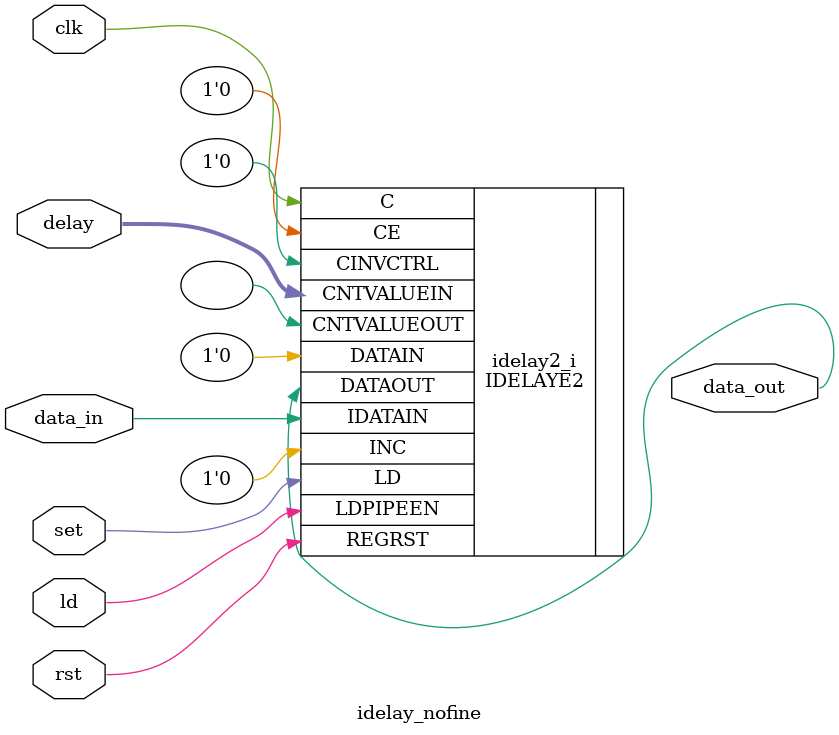
<source format=v>
/*******************************************************************************
 * Module: idelay_nofine
 * Date:2014-04-25  
 * Author: Andrey Filippov
 * Description: IDELAYE2 wrapper without fine delay
 * Copyright (c) 2014 Elphel, Inc.
 * idelay_nofine.v is free software; you can redistribute it and/or modify
 * it under the terms of the GNU General Public License as published by
 * the Free Software Foundation, either version 3 of the License, or
 * (at your option) any later version.
 *
 *  idelay_nofine.v is distributed in the hope that it will be useful,
 * but WITHOUT ANY WARRANTY; without even the implied warranty of
 * MERCHANTABILITY or FITNESS FOR A PARTICULAR PURPOSE.  See the
 * GNU General Public License for more details.
 *
 * You should have received a copy of the GNU General Public License
 * along with this program.  If not, see <http://www.gnu.org/licenses/> .
 *
 * Additional permission under GNU GPL version 3 section 7:
 * If you modify this Program, or any covered work, by linking or combining it
 * with independent modules provided by the FPGA vendor only (this permission
 * does not extend to any 3-rd party modules, "soft cores" or macros) under
 * different license terms solely for the purpose of generating binary "bitstream"
 * files * and/or simulating the code, the copyright holders of this Program give
 * you the right to distribute the covered work without those independent modules
 * as long as the source code for them is available from the FPGA vendor free of
 * charge, and there is no dependence on any ecrypted modules for simulating of
 * the combined code. This permission applies to you if the distributed code
 * contains all the components and scripts required to completely simulate it
 * with at least one of the Free Software programs.
 *******************************************************************************/
`timescale 1ns/1ps

module  idelay_nofine
//SuppressWarnings VEditor - IODELAY_GRP used in (* *) construnt
# ( parameter  IODELAY_GRP  = "IODELAY_MEMORY",
    parameter integer DELAY_VALUE = 0,
    parameter real REFCLK_FREQUENCY = 200.0,
    parameter HIGH_PERFORMANCE_MODE    = "FALSE"
) (
    input clk,
    input rst,
    input set,
    input ld,
    input [4:0] delay,
    input data_in,
    output data_out
);
`ifndef IGNORE_ATTR
(* IODELAY_GROUP = IODELAY_GRP *)
`endif    
 IDELAYE2
     #(
        .CINVCTRL_SEL("FALSE"),
        .DELAY_SRC("IDATAIN"),
//        .FINEDELAY("ADD_DLY"),
        .HIGH_PERFORMANCE_MODE(HIGH_PERFORMANCE_MODE),
        .IDELAY_TYPE("VAR_LOAD_PIPE"),
        .IDELAY_VALUE(DELAY_VALUE),
//        .IS_C_INVERTED(1'b0),  // ISE does not have this parameter
//        .IS_DATAIN_INVERTED(1'b0),  // ISE does not have this parameter
//        .IS_IDATAIN_INVERTED(1'b0),  // ISE does not have this parameter
        .PIPE_SEL("TRUE"),
        .REFCLK_FREQUENCY(REFCLK_FREQUENCY),
        .SIGNAL_PATTERN("DATA")
    )
    idelay2_i(
        .CNTVALUEOUT(),
        .DATAOUT(data_out),
        .C(clk),
        .CE(1'b0),
        .CINVCTRL(1'b0),
        .CNTVALUEIN(delay[4:0]),
        .DATAIN(1'b0),
        .IDATAIN(data_in),
//        .IFDLY(fdly),
        .INC(1'b0),
        .LD(set),
        .LDPIPEEN(ld),
        .REGRST(rst)
    );

endmodule


</source>
